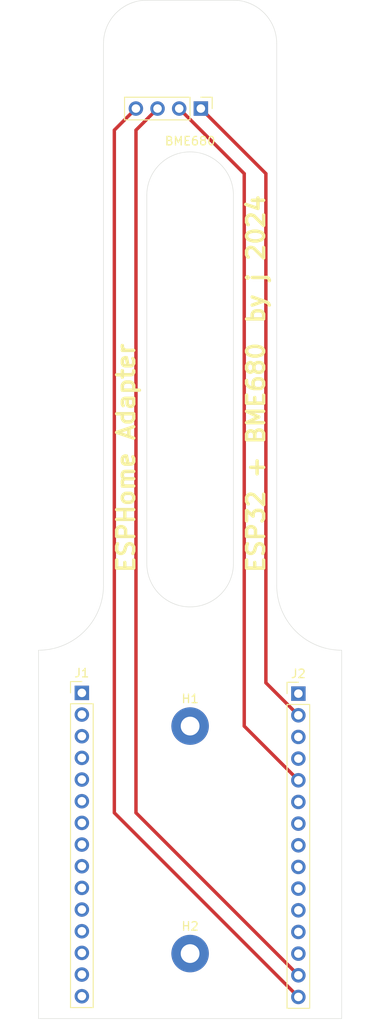
<source format=kicad_pcb>
(kicad_pcb (version 20240108) (generator "pcbnew") (generator_version "8.0")
  (layers (0 "F.Cu" signal) (31 "B.Cu" signal) (34 "B.Paste" user) (35 "F.Paste" user) (36 "B.SilkS" user "B.Silkscreen") (37 "F.SilkS" user "F.Silkscreen") (38 "B.Mask" user) (39 "F.Mask" user) (44 "Edge.Cuts" user))
  (net 0 "")
  (net 27 "Net-(BME680-Pin_3)")
  (net 28 "Net-(BME680-Pin_1)")
  (net 29 "Net-(BME680-Pin_4)")
  (net 30 "Net-(BME680-Pin_2)")
  (footprint "Connector_PinHeader_2.54mm:PinHeader_1x15_P2.54mm_Vertical" (layer "F.Cu") (at 73.66 104.145)
    (property "Reference" "J2" (at 0 -2.33 0) (layer "F.SilkS"))
    (property "Value" "Conn_01x15_MountingPin")
    (fp_line (start -1.33 -1.33) (end 0 -1.33) (stroke (width 0.12)) (layer "F.SilkS"))
    (fp_line (start -1.33 0) (end -1.33 -1.33) (stroke (width 0.12)) (layer "F.SilkS"))
    (fp_line (start -1.33 1.27) (end -1.33 36.89) (stroke (width 0.12)) (layer "F.SilkS"))
    (fp_line (start -1.33 1.27) (end 1.33 1.27) (stroke (width 0.12)) (layer "F.SilkS"))
    (fp_line (start -1.33 36.89) (end 1.33 36.89) (stroke (width 0.12)) (layer "F.SilkS"))
    (fp_line (start 1.33 1.27) (end 1.33 36.89) (stroke (width 0.12)) (layer "F.SilkS"))
    (pad "1" thru_hole rect (at 0 0) (size 1.7 1.7) (drill 1) (layers "*.Cu" "*.Mask"))
    (pad "2" thru_hole oval (at 0 2.54) (size 1.7 1.7) (drill 1) (layers "*.Cu" "*.Mask") (net 28 "Net-(BME680-Pin_1)"))
    (pad "3" thru_hole oval (at 0 5.08) (size 1.7 1.7) (drill 1) (layers "*.Cu" "*.Mask"))
    (pad "4" thru_hole oval (at 0 7.62) (size 1.7 1.7) (drill 1) (layers "*.Cu" "*.Mask"))
    (pad "5" thru_hole oval (at 0 10.16) (size 1.7 1.7) (drill 1) (layers "*.Cu" "*.Mask") (net 30 "Net-(BME680-Pin_2)"))
    (pad "6" thru_hole oval (at 0 12.7) (size 1.7 1.7) (drill 1) (layers "*.Cu" "*.Mask"))
    (pad "7" thru_hole oval (at 0 15.24) (size 1.7 1.7) (drill 1) (layers "*.Cu" "*.Mask"))
    (pad "8" thru_hole oval (at 0 17.78) (size 1.7 1.7) (drill 1) (layers "*.Cu" "*.Mask"))
    (pad "9" thru_hole oval (at 0 20.32) (size 1.7 1.7) (drill 1) (layers "*.Cu" "*.Mask"))
    (pad "10" thru_hole oval (at 0 22.86) (size 1.7 1.7) (drill 1) (layers "*.Cu" "*.Mask"))
    (pad "11" thru_hole oval (at 0 25.4) (size 1.7 1.7) (drill 1) (layers "*.Cu" "*.Mask"))
    (pad "12" thru_hole oval (at 0 27.94) (size 1.7 1.7) (drill 1) (layers "*.Cu" "*.Mask"))
    (pad "13" thru_hole oval (at 0 30.48) (size 1.7 1.7) (drill 1) (layers "*.Cu" "*.Mask"))
    (pad "14" thru_hole oval (at 0 33.02) (size 1.7 1.7) (drill 1) (layers "*.Cu" "*.Mask") (net 27 "Net-(BME680-Pin_3)"))
    (pad "15" thru_hole oval (at 0 35.56) (size 1.7 1.7) (drill 1) (layers "*.Cu" "*.Mask") (net 29 "Net-(BME680-Pin_4)"))
  )
  (footprint "Connector_PinHeader_2.54mm:PinHeader_1x04_P2.54mm_Vertical" (layer "F.Cu") (at 62.22 35.56 -90)
    (property "Reference" "BME680" (at 3.81 1.26 180) (layer "F.SilkS"))
    (property "Value" "Conn_01x04_MountingPin")
    (fp_line (start -1.33 8.95) (end 1.33 8.95) (stroke (width 0.12)) (layer "F.SilkS"))
    (fp_line (start -1.33 1.27) (end -1.33 8.95) (stroke (width 0.12)) (layer "F.SilkS"))
    (fp_line (start -1.33 1.27) (end 1.33 1.27) (stroke (width 0.12)) (layer "F.SilkS"))
    (fp_line (start 1.33 1.27) (end 1.33 8.95) (stroke (width 0.12)) (layer "F.SilkS"))
    (fp_line (start -1.33 0) (end -1.33 -1.33) (stroke (width 0.12)) (layer "F.SilkS"))
    (fp_line (start -1.33 -1.33) (end 0 -1.33) (stroke (width 0.12)) (layer "F.SilkS"))
    (pad "1" thru_hole rect (at 0 0 270) (size 1.7 1.7) (drill 1) (layers "*.Cu" "*.Mask") (net 28 "Net-(BME680-Pin_1)"))
    (pad "2" thru_hole oval (at 0 2.54 270) (size 1.7 1.7) (drill 1) (layers "*.Cu" "*.Mask") (net 30 "Net-(BME680-Pin_2)"))
    (pad "3" thru_hole oval (at 0 5.08 270) (size 1.7 1.7) (drill 1) (layers "*.Cu" "*.Mask") (net 27 "Net-(BME680-Pin_3)"))
    (pad "4" thru_hole oval (at 0 7.62 270) (size 1.7 1.7) (drill 1) (layers "*.Cu" "*.Mask") (net 29 "Net-(BME680-Pin_4)"))
  )
  (footprint "MountingHole:MountingHole_2.2mm_M2_Pad" (layer "F.Cu") (at 60.96 134.62)
    (property "Reference" "H2" (at 0 -3.2 0) (layer "F.SilkS"))
    (property "Value" "MountingHole")
    (pad "1" thru_hole circle (at 0 0) (size 4.4 4.4) (drill 2.2) (layers "*.Cu" "*.Mask"))
  )
  (footprint "Connector_PinHeader_2.54mm:PinHeader_1x15_P2.54mm_Vertical" (layer "F.Cu") (at 48.26 104.06)
    (property "Reference" "J1" (at 0 -2.33 0) (layer "F.SilkS"))
    (property "Value" "Conn_01x15_MountingPin")
    (fp_line (start -1.33 -1.33) (end 0 -1.33) (stroke (width 0.12)) (layer "F.SilkS"))
    (fp_line (start -1.33 0) (end -1.33 -1.33) (stroke (width 0.12)) (layer "F.SilkS"))
    (fp_line (start -1.33 1.27) (end -1.33 36.89) (stroke (width 0.12)) (layer "F.SilkS"))
    (fp_line (start -1.33 1.27) (end 1.33 1.27) (stroke (width 0.12)) (layer "F.SilkS"))
    (fp_line (start -1.33 36.89) (end 1.33 36.89) (stroke (width 0.12)) (layer "F.SilkS"))
    (fp_line (start 1.33 1.27) (end 1.33 36.89) (stroke (width 0.12)) (layer "F.SilkS"))
    (pad "1" thru_hole rect (at 0 0) (size 1.7 1.7) (drill 1) (layers "*.Cu" "*.Mask"))
    (pad "2" thru_hole oval (at 0 2.54) (size 1.7 1.7) (drill 1) (layers "*.Cu" "*.Mask"))
    (pad "3" thru_hole oval (at 0 5.08) (size 1.7 1.7) (drill 1) (layers "*.Cu" "*.Mask"))
    (pad "4" thru_hole oval (at 0 7.62) (size 1.7 1.7) (drill 1) (layers "*.Cu" "*.Mask"))
    (pad "5" thru_hole oval (at 0 10.16) (size 1.7 1.7) (drill 1) (layers "*.Cu" "*.Mask"))
    (pad "6" thru_hole oval (at 0 12.7) (size 1.7 1.7) (drill 1) (layers "*.Cu" "*.Mask"))
    (pad "7" thru_hole oval (at 0 15.24) (size 1.7 1.7) (drill 1) (layers "*.Cu" "*.Mask"))
    (pad "8" thru_hole oval (at 0 17.78) (size 1.7 1.7) (drill 1) (layers "*.Cu" "*.Mask"))
    (pad "9" thru_hole oval (at 0 20.32) (size 1.7 1.7) (drill 1) (layers "*.Cu" "*.Mask"))
    (pad "10" thru_hole oval (at 0 22.86) (size 1.7 1.7) (drill 1) (layers "*.Cu" "*.Mask"))
    (pad "11" thru_hole oval (at 0 25.4) (size 1.7 1.7) (drill 1) (layers "*.Cu" "*.Mask"))
    (pad "12" thru_hole oval (at 0 27.94) (size 1.7 1.7) (drill 1) (layers "*.Cu" "*.Mask"))
    (pad "13" thru_hole oval (at 0 30.48) (size 1.7 1.7) (drill 1) (layers "*.Cu" "*.Mask"))
    (pad "14" thru_hole oval (at 0 33.02) (size 1.7 1.7) (drill 1) (layers "*.Cu" "*.Mask"))
    (pad "15" thru_hole oval (at 0 35.56) (size 1.7 1.7) (drill 1) (layers "*.Cu" "*.Mask"))
  )
  (footprint "MountingHole:MountingHole_2.2mm_M2_Pad" (layer "F.Cu") (at 60.96 107.95)
    (property "Reference" "H1" (at 0 -3.2 0) (layer "F.SilkS"))
    (property "Value" "MountingHole")
    (pad "1" thru_hole circle (at 0 0) (size 4.4 4.4) (drill 2.2) (layers "*.Cu" "*.Mask"))
  )
  (gr_line (start 55.88 88.9) (end 55.88 45.72) (stroke (width 0.05)) (layer "Edge.Cuts"))
  (gr_arc (start 50.8 91.44) (mid 48.568154 96.828154) (end 43.18 99.06) (stroke (width 0.05)) (layer "Edge.Cuts"))
  (gr_arc (start 50.8 27.94) (mid 52.287898 24.347898) (end 55.88 22.86) (stroke (width 0.05)) (layer "Edge.Cuts"))
  (gr_arc (start 66.04 88.9) (mid 60.96 93.98) (end 55.88 88.9) (stroke (width 0.05)) (layer "Edge.Cuts"))
  (gr_line (start 66.04 22.86) (end 55.88 22.86) (stroke (width 0.05)) (layer "Edge.Cuts"))
  (gr_line (start 50.8 91.44) (end 50.8 27.94) (stroke (width 0.05)) (layer "Edge.Cuts"))
  (gr_arc (start 78.74 99.06) (mid 73.351846 96.828154) (end 71.12 91.44) (stroke (width 0.05)) (layer "Edge.Cuts"))
  (gr_line (start 66.04 45.72) (end 66.04 88.9) (stroke (width 0.05)) (layer "Edge.Cuts"))
  (gr_line (start 78.74 99.06) (end 78.74 142.24) (stroke (width 0.05)) (layer "Edge.Cuts"))
  (gr_line (start 43.18 142.24) (end 43.18 99.06) (stroke (width 0.05)) (layer "Edge.Cuts"))
  (gr_line (start 78.74 142.24) (end 43.18 142.24) (stroke (width 0.05)) (layer "Edge.Cuts"))
  (gr_line (start 71.12 27.94) (end 71.12 91.44) (stroke (width 0.05)) (layer "Edge.Cuts"))
  (gr_arc (start 55.88 45.72) (mid 60.96 40.64) (end 66.04 45.72) (stroke (width 0.05)) (layer "Edge.Cuts"))
  (gr_arc (start 66.04 22.86) (mid 69.632102 24.347898) (end 71.12 27.94) (stroke (width 0.05)) (layer "Edge.Cuts"))
  (gr_text "ESPHome Adapter\n" (at 54.61 90.17 90) (layer "F.SilkS") (effects (font (size 2 2) (thickness 0.4) (bold yes)) (justify left bottom)))
  (gr_text "ESP32 + BME680" (at 69.85 90.17 90) (layer "F.SilkS") (effects (font (size 2 2) (thickness 0.4) (bold yes)) (justify left bottom)))
  (gr_text "by j 2024" (at 69.85 60.96 90) (layer "F.SilkS") (effects (font (size 2 2) (thickness 0.4) (bold yes)) (justify left bottom)))
  (segment (start 54.61 38.09) (end 54.61 118.115) (width 0.4) (layer "F.Cu") (net 27))
  (segment (start 57.14 35.56) (end 54.61 38.09) (width 0.4) (layer "F.Cu") (net 27))
  (segment (start 54.61 118.115) (end 73.66 137.165) (width 0.4) (layer "F.Cu") (net 27))
  (segment (start 69.85 102.875) (end 73.66 106.685) (width 0.4) (layer "F.Cu") (net 28))
  (segment (start 69.85 43.19) (end 69.85 102.875) (width 0.4) (layer "F.Cu") (net 28))
  (segment (start 62.22 35.56) (end 69.85 43.19) (width 0.4) (layer "F.Cu") (net 28))
  (segment (start 52.07 118.115) (end 52.07 38.09) (width 0.4) (layer "F.Cu") (net 29))
  (segment (start 52.07 38.09) (end 54.6 35.56) (width 0.4) (layer "F.Cu") (net 29))
  (segment (start 73.66 139.705) (end 52.07 118.115) (width 0.4) (layer "F.Cu") (net 29))
  (segment (start 73.66 114.305) (end 67.31 107.955) (width 0.4) (layer "F.Cu") (net 30))
  (segment (start 67.31 43.19) (end 59.68 35.56) (width 0.4) (layer "F.Cu") (net 30))
  (segment (start 67.31 107.955) (end 67.31 43.19) (width 0.4) (layer "F.Cu") (net 30))
)
</source>
